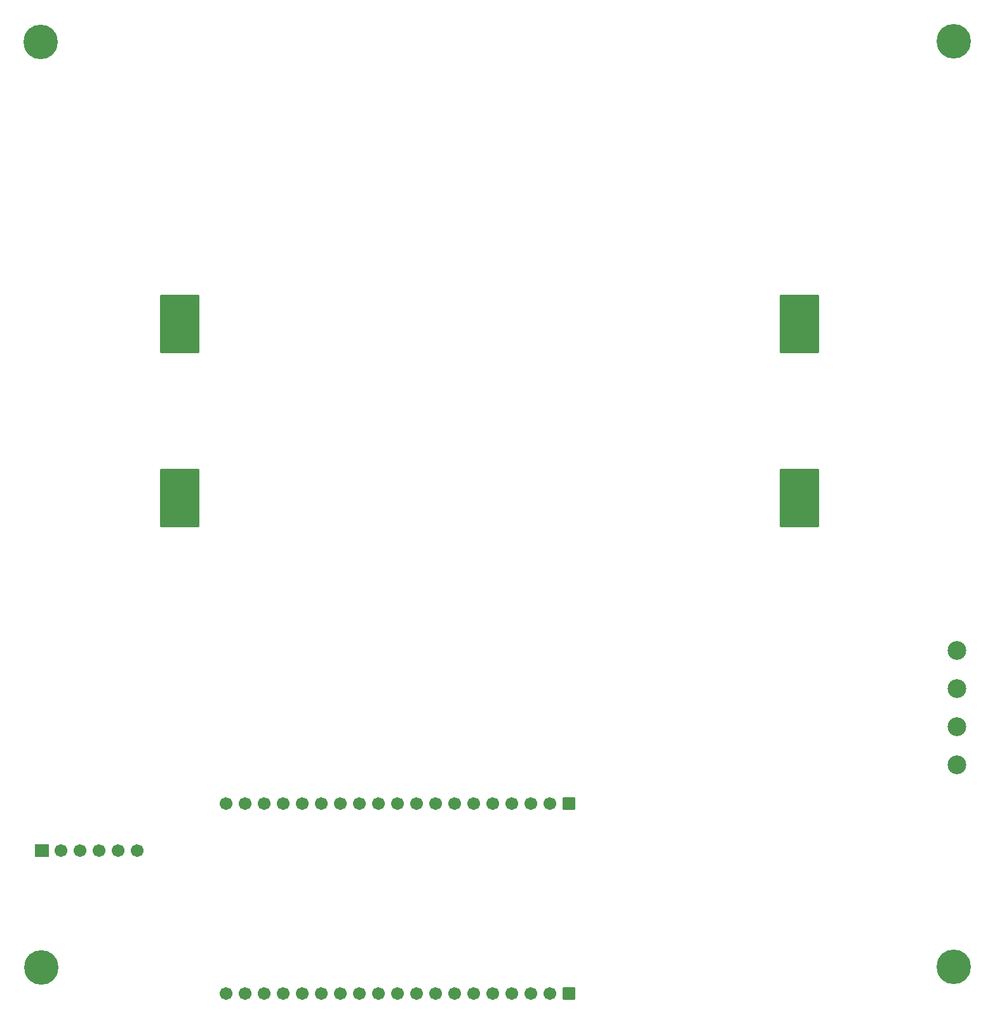
<source format=gts>
G04 Layer: TopSolderMaskLayer*
G04 EasyEDA v6.5.23, 2023-05-27 13:46:53*
G04 ad855449ed234b6990cb81ca5ba1a863,ef4dac4c239f4a7f90591e71bd1ece2f,10*
G04 Gerber Generator version 0.2*
G04 Scale: 100 percent, Rotated: No, Reflected: No *
G04 Dimensions in inches *
G04 leading zeros omitted , absolute positions ,3 integer and 6 decimal *
%FSLAX36Y36*%
%MOIN*%

%AMMACRO1*1,1,$1,$2,$3*1,1,$1,$4,$5*1,1,$1,0-$2,0-$3*1,1,$1,0-$4,0-$5*20,1,$1,$2,$3,$4,$5,0*20,1,$1,$4,$5,0-$2,0-$3,0*20,1,$1,0-$2,0-$3,0-$4,0-$5,0*20,1,$1,0-$4,0-$5,$2,$3,0*4,1,4,$2,$3,$4,$5,0-$2,0-$3,0-$4,0-$5,$2,$3,0*%
%ADD10C,0.0670*%
%ADD11MACRO1,0.004X-0.0354X0.0315X0.0354X0.0315*%
%ADD12MACRO1,0.004X0.0315X-0.0315X-0.0315X-0.0315*%
%ADD13C,0.0985*%
%ADD14MACRO1,0.004X-0.1X-0.15X-0.1X0.15*%
%ADD15MACRO1,0.004X0.1X0.15X0.1X-0.15*%
%ADD16C,0.1812*%

%LPD*%
D10*
G01*
X-507999Y135000D03*
G01*
X-607999Y135000D03*
G01*
X-707999Y135000D03*
G01*
X-807999Y135000D03*
G01*
X-907999Y135000D03*
D11*
G01*
X-1007999Y135000D03*
D10*
G01*
X-40999Y381000D03*
G01*
X59000Y381000D03*
G01*
X159000Y381000D03*
G01*
X259000Y381000D03*
G01*
X359000Y381000D03*
G01*
X459000Y381000D03*
G01*
X559000Y381000D03*
G01*
X659000Y381000D03*
G01*
X759000Y381000D03*
G01*
X859000Y381000D03*
G01*
X959000Y381000D03*
G01*
X1059000Y381000D03*
G01*
X1159000Y381000D03*
G01*
X1259000Y381000D03*
G01*
X1359000Y381000D03*
G01*
X1459000Y381000D03*
G01*
X1559000Y381000D03*
G01*
X1659000Y381000D03*
D12*
G01*
X1758998Y380998D03*
D10*
G01*
X-40999Y-613999D03*
G01*
X59000Y-613999D03*
G01*
X159000Y-613999D03*
G01*
X259000Y-613999D03*
G01*
X359000Y-613999D03*
G01*
X459000Y-613999D03*
G01*
X559000Y-613999D03*
G01*
X659000Y-613999D03*
G01*
X759000Y-613999D03*
G01*
X859000Y-613999D03*
G01*
X959000Y-613999D03*
G01*
X1059000Y-613999D03*
G01*
X1159000Y-613999D03*
G01*
X1259000Y-613999D03*
G01*
X1359000Y-613999D03*
G01*
X1459000Y-613999D03*
G01*
X1559000Y-613999D03*
G01*
X1659000Y-613999D03*
D12*
G01*
X1759000Y-613999D03*
D13*
G01*
X3796000Y585000D03*
G01*
X3796000Y785000D03*
G01*
X3796000Y985000D03*
G01*
X3796000Y1185000D03*
D14*
G01*
X2968500Y1985000D03*
G01*
X-284499Y1985000D03*
D15*
G01*
X-285499Y2897000D03*
G01*
X2967500Y2897000D03*
D16*
G01*
X3778000Y4380000D03*
G01*
X-1013999Y4377000D03*
G01*
X-1012999Y-478999D03*
G01*
X3779000Y-476999D03*
M02*

</source>
